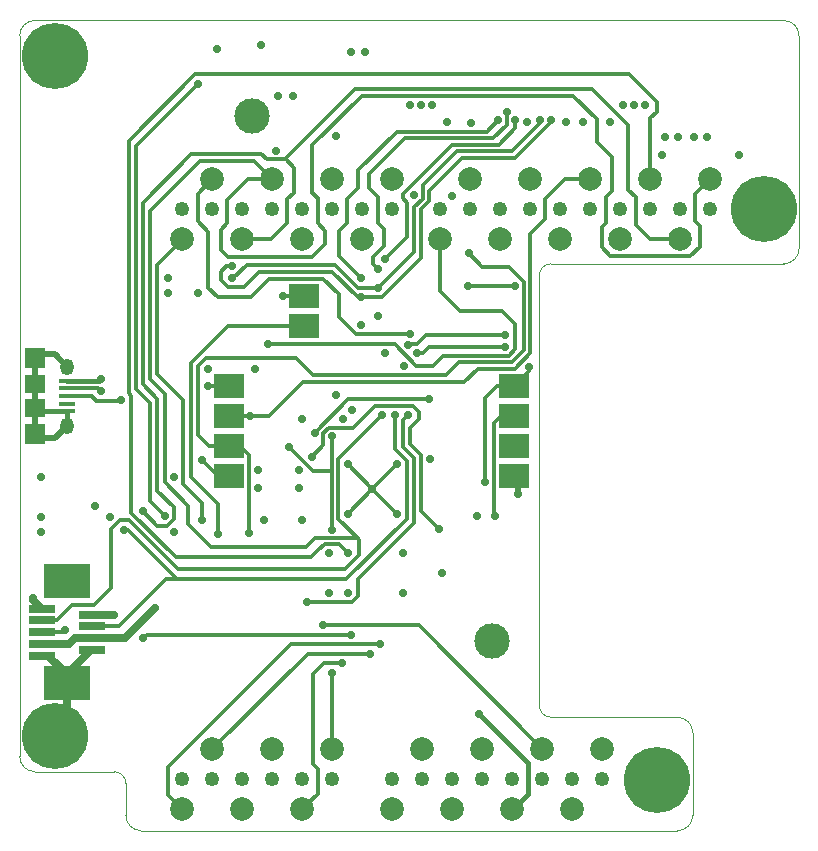
<source format=gtl>
G04 (created by PCBNEW (2013-07-07 BZR 4022)-stable) date 20/03/2014 14:12:02*
%MOIN*%
G04 Gerber Fmt 3.4, Leading zero omitted, Abs format*
%FSLAX34Y34*%
G01*
G70*
G90*
G04 APERTURE LIST*
%ADD10C,0.00590551*%
%ADD11C,0.000393701*%
%ADD12C,0.220472*%
%ADD13C,0.11811*%
%ADD14R,0.0984252X0.0787402*%
%ADD15R,0.0531496X0.0177165*%
%ADD16O,0.0452756X0.0551181*%
%ADD17R,0.0669291X0.0669291*%
%ADD18R,0.0669291X0.0590551*%
%ADD19C,0.0787402*%
%ADD20C,0.0492126*%
%ADD21R,0.0866142X0.0275591*%
%ADD22R,0.15748X0.11811*%
%ADD23C,0.0275591*%
%ADD24C,0.015748*%
%ADD25C,0.019685*%
%ADD26C,0.0275591*%
%ADD27C,0.011811*%
G04 APERTURE END LIST*
G54D10*
G54D11*
X42173Y-51606D02*
X42173Y-27590D01*
X42173Y-27590D02*
G75*
G02X42685Y-27078I511J0D01*
G74*
G01*
X45716Y-52511D02*
X45716Y-53574D01*
X42685Y-52118D02*
X45322Y-52118D01*
X67645Y-27078D02*
X42685Y-27078D01*
X68157Y-34677D02*
X68157Y-27590D01*
X59889Y-35188D02*
X67645Y-35188D01*
X59496Y-49913D02*
X59496Y-35582D01*
X64102Y-50307D02*
X59889Y-50307D01*
X64614Y-53574D02*
X64614Y-50818D01*
X46228Y-54086D02*
X64102Y-54086D01*
X45322Y-52118D02*
G75*
G02X45716Y-52511I0J-393D01*
G74*
G01*
X42685Y-52118D02*
G75*
G02X42173Y-51606I0J511D01*
G74*
G01*
X67645Y-27078D02*
G75*
G02X68157Y-27590I0J-511D01*
G74*
G01*
X68157Y-34678D02*
G75*
G02X67645Y-35188I-511J0D01*
G74*
G01*
X59496Y-35581D02*
G75*
G02X59889Y-35188I393J0D01*
G74*
G01*
X59889Y-50307D02*
G75*
G02X59496Y-49913I0J393D01*
G74*
G01*
X64103Y-50307D02*
G75*
G02X64614Y-50818I0J-511D01*
G74*
G01*
X64614Y-53575D02*
G75*
G02X64102Y-54086I-511J0D01*
G74*
G01*
X46227Y-54086D02*
G75*
G02X45716Y-53574I0J511D01*
G74*
G01*
G54D12*
X43354Y-50937D03*
X63433Y-52393D03*
X43354Y-28259D03*
X66976Y-33377D03*
G54D13*
X49905Y-30267D03*
X57905Y-47767D03*
G54D14*
X58649Y-39267D03*
X58649Y-40267D03*
X58649Y-41267D03*
X58649Y-42267D03*
X49161Y-39267D03*
X49161Y-40267D03*
X49161Y-41267D03*
X49161Y-42267D03*
X51641Y-37267D03*
X51641Y-36267D03*
G54D15*
X43767Y-39086D03*
X43767Y-39342D03*
X43767Y-39598D03*
X43767Y-39854D03*
X43767Y-40110D03*
G54D16*
X43767Y-38614D03*
X43767Y-40582D03*
G54D17*
X42704Y-38338D03*
X42704Y-40858D03*
G54D18*
X42704Y-39204D03*
X42704Y-39992D03*
G54D19*
X61602Y-51370D03*
X60602Y-53370D03*
X59602Y-51370D03*
X58602Y-53370D03*
X57602Y-51370D03*
X56602Y-53370D03*
X55602Y-51370D03*
X54602Y-53370D03*
G54D20*
X61602Y-52370D03*
X60602Y-52370D03*
X59602Y-52370D03*
X58602Y-52370D03*
X57602Y-52370D03*
X56602Y-52370D03*
X55602Y-52370D03*
X54602Y-52370D03*
G54D19*
X65202Y-32370D03*
X64202Y-34370D03*
X63202Y-32370D03*
X62202Y-34370D03*
X61202Y-32370D03*
X60202Y-34370D03*
X59202Y-32370D03*
X58202Y-34370D03*
X56202Y-34370D03*
G54D20*
X65202Y-33370D03*
X64202Y-33370D03*
X63202Y-33370D03*
X62202Y-33370D03*
X61202Y-33370D03*
X60202Y-33370D03*
X59202Y-33370D03*
X58202Y-33370D03*
X57202Y-33370D03*
X56202Y-33370D03*
G54D19*
X57202Y-32370D03*
X52602Y-51370D03*
X51602Y-53370D03*
X50602Y-51370D03*
X49602Y-53370D03*
X48602Y-51370D03*
X47602Y-53370D03*
G54D20*
X52602Y-52370D03*
X51602Y-52370D03*
X50602Y-52370D03*
X49602Y-52370D03*
X48602Y-52370D03*
X47602Y-52370D03*
G54D19*
X54602Y-32370D03*
X53602Y-34370D03*
X52602Y-32370D03*
X51602Y-34370D03*
X50602Y-32370D03*
X49602Y-34370D03*
X48602Y-32370D03*
X47602Y-34370D03*
G54D20*
X54602Y-33370D03*
X53602Y-33370D03*
X52602Y-33370D03*
X51602Y-33370D03*
X50602Y-33370D03*
X49602Y-33370D03*
X48602Y-33370D03*
X47602Y-33370D03*
G54D21*
X42921Y-46685D03*
X42921Y-47078D03*
X42921Y-47472D03*
X42921Y-47866D03*
X42921Y-48259D03*
X44574Y-47275D03*
X44574Y-47669D03*
X44574Y-46881D03*
X44574Y-48062D03*
G54D22*
X43748Y-45779D03*
X43748Y-49165D03*
G54D23*
X57224Y-30492D03*
X47125Y-36161D03*
X48110Y-36161D03*
X51476Y-42657D03*
X57480Y-50196D03*
X48740Y-28016D03*
X45196Y-43622D03*
X44685Y-43248D03*
X45314Y-46889D03*
X42637Y-46338D03*
X48444Y-38700D03*
X66141Y-31574D03*
X63602Y-31574D03*
X56240Y-45511D03*
X54960Y-44822D03*
X54133Y-36929D03*
X55846Y-41712D03*
X51476Y-42047D03*
X51574Y-43720D03*
X52952Y-40354D03*
X52500Y-44822D03*
X53110Y-44822D03*
X48129Y-29192D03*
X47007Y-43582D03*
X48779Y-44192D03*
X55807Y-39704D03*
X52007Y-40826D03*
X54271Y-40216D03*
X45669Y-44055D03*
X46279Y-43444D03*
X54704Y-40216D03*
X54370Y-35039D03*
X58700Y-30413D03*
X54114Y-35354D03*
X58405Y-30118D03*
X53543Y-35669D03*
X58129Y-30413D03*
X46692Y-46653D03*
X50452Y-37874D03*
X57696Y-42460D03*
X58681Y-35944D03*
X57106Y-35944D03*
X59153Y-38641D03*
X55137Y-40216D03*
X51751Y-46476D03*
X48267Y-43720D03*
X55177Y-37519D03*
X49822Y-44153D03*
X57145Y-34842D03*
X52598Y-48818D03*
X52913Y-48503D03*
X53858Y-48188D03*
X54173Y-47874D03*
X58366Y-37952D03*
X55413Y-38169D03*
X58011Y-43602D03*
X49251Y-35669D03*
X54133Y-35984D03*
X59507Y-30413D03*
X49251Y-35275D03*
X53543Y-36299D03*
X59881Y-30413D03*
X55137Y-37913D03*
X58366Y-37559D03*
X51909Y-41614D03*
X56141Y-44035D03*
X49842Y-40275D03*
X48267Y-41732D03*
X48464Y-39271D03*
X46299Y-47677D03*
X43700Y-47401D03*
X53228Y-47559D03*
X52598Y-40944D03*
X51161Y-41299D03*
X52578Y-44055D03*
X52283Y-47244D03*
X42874Y-44133D03*
X42874Y-43622D03*
X42893Y-42283D03*
X47322Y-42283D03*
X50314Y-43720D03*
X58779Y-42874D03*
X50019Y-38700D03*
X65098Y-30964D03*
X64665Y-30964D03*
X64114Y-30964D03*
X63681Y-30964D03*
X50964Y-36279D03*
X47125Y-35649D03*
X59094Y-30472D03*
X53543Y-37244D03*
X50216Y-27913D03*
X63011Y-29881D03*
X62657Y-29881D03*
X62283Y-29881D03*
X61870Y-30472D03*
X60964Y-30472D03*
X60374Y-30472D03*
X55925Y-29881D03*
X55551Y-29881D03*
X55177Y-29881D03*
X56437Y-30472D03*
X53700Y-28129D03*
X53228Y-28129D03*
X56594Y-32933D03*
X55314Y-32913D03*
X50708Y-31417D03*
X52736Y-30944D03*
X51279Y-29606D03*
X50787Y-29606D03*
X57421Y-43602D03*
X53110Y-43523D03*
X54763Y-43523D03*
X53110Y-41870D03*
X53937Y-42696D03*
X54763Y-41870D03*
X47322Y-44114D03*
X51594Y-40354D03*
X53267Y-40059D03*
X52736Y-39566D03*
X54980Y-38582D03*
X54370Y-38169D03*
X54960Y-46161D03*
X53110Y-46161D03*
X52500Y-46161D03*
X50118Y-42657D03*
X50118Y-42047D03*
X45570Y-39744D03*
X44881Y-39429D03*
X44881Y-39015D03*
G54D24*
X59114Y-52858D02*
X59114Y-51830D01*
X59114Y-51830D02*
X57480Y-50196D01*
X58602Y-53370D02*
X59114Y-52858D01*
G54D25*
X48740Y-28016D02*
X48740Y-28011D01*
X44685Y-43248D02*
X44685Y-43248D01*
G54D26*
X44574Y-46881D02*
X45307Y-46881D01*
X45307Y-46881D02*
X45314Y-46889D01*
X42921Y-46685D02*
X42637Y-46401D01*
X42637Y-46401D02*
X42637Y-46338D01*
G54D27*
X63202Y-32370D02*
X63202Y-30340D01*
X63405Y-29783D02*
X62500Y-28877D01*
X63405Y-30137D02*
X63405Y-29783D01*
X63202Y-30340D02*
X63405Y-30137D01*
X45885Y-39586D02*
X45885Y-43484D01*
X45885Y-39586D02*
X45807Y-39507D01*
X45807Y-39507D02*
X45807Y-31082D01*
X45807Y-31082D02*
X48011Y-28877D01*
X48011Y-28877D02*
X62500Y-28877D01*
X45885Y-43484D02*
X47381Y-44980D01*
X47381Y-44980D02*
X51889Y-44980D01*
X51889Y-44980D02*
X52125Y-44744D01*
X53110Y-44822D02*
X52814Y-44527D01*
X52814Y-44527D02*
X52342Y-44527D01*
X52342Y-44527D02*
X52125Y-44744D01*
X52125Y-44744D02*
X52125Y-44744D01*
X46043Y-31259D02*
X48110Y-29192D01*
X48110Y-29192D02*
X48129Y-29192D01*
X46515Y-39842D02*
X46515Y-43090D01*
X46515Y-43090D02*
X47007Y-43582D01*
X46515Y-39842D02*
X46043Y-39370D01*
X46043Y-39370D02*
X46043Y-31259D01*
X47874Y-41988D02*
X47874Y-42283D01*
X47874Y-42283D02*
X48779Y-43188D01*
X51877Y-37267D02*
X51688Y-37267D01*
X47874Y-38503D02*
X47874Y-41988D01*
X49114Y-37263D02*
X47874Y-38503D01*
X51692Y-37263D02*
X49114Y-37263D01*
X51688Y-37267D02*
X51692Y-37263D01*
X48779Y-43188D02*
X48779Y-44192D01*
X53129Y-39704D02*
X55807Y-39704D01*
X52007Y-40826D02*
X53129Y-39704D01*
X42921Y-47078D02*
X43433Y-47078D01*
X45236Y-45984D02*
X45236Y-44370D01*
X44645Y-46574D02*
X45236Y-45984D01*
X43937Y-46574D02*
X44645Y-46574D01*
X43433Y-47078D02*
X43937Y-46574D01*
X45511Y-43740D02*
X45807Y-43740D01*
X45236Y-44015D02*
X45511Y-43740D01*
X45236Y-44370D02*
X45236Y-44015D01*
X52795Y-41692D02*
X54271Y-40216D01*
X54271Y-40216D02*
X54271Y-40216D01*
X64842Y-34625D02*
X64842Y-33917D01*
X49775Y-32370D02*
X49094Y-33051D01*
X49094Y-33051D02*
X49094Y-33838D01*
X49094Y-33838D02*
X48877Y-34055D01*
X48877Y-34055D02*
X48877Y-34744D01*
X48877Y-34744D02*
X49114Y-34980D01*
X49114Y-34980D02*
X49429Y-34980D01*
X49429Y-34980D02*
X49429Y-34980D01*
X49429Y-34980D02*
X51909Y-34980D01*
X51909Y-34980D02*
X52362Y-34527D01*
X52362Y-34527D02*
X52362Y-34094D01*
X52362Y-34094D02*
X52106Y-33838D01*
X52106Y-33838D02*
X52106Y-32992D01*
X52106Y-32992D02*
X51929Y-32814D01*
X51929Y-32814D02*
X51929Y-31240D01*
X51929Y-31240D02*
X53582Y-29586D01*
X53582Y-29586D02*
X60629Y-29586D01*
X60629Y-29586D02*
X61417Y-30374D01*
X61417Y-30374D02*
X61417Y-31141D01*
X61417Y-31141D02*
X61909Y-31633D01*
X61909Y-31633D02*
X61909Y-32775D01*
X61909Y-32775D02*
X61712Y-32972D01*
X61712Y-32972D02*
X61712Y-33818D01*
X61712Y-33818D02*
X61574Y-33956D01*
X61574Y-33956D02*
X61574Y-34645D01*
X61574Y-34645D02*
X61870Y-34940D01*
X61870Y-34940D02*
X64527Y-34940D01*
X64527Y-34940D02*
X64842Y-34625D01*
X50602Y-32370D02*
X49775Y-32370D01*
X64704Y-32867D02*
X65202Y-32370D01*
X64704Y-33779D02*
X64704Y-32867D01*
X64842Y-33917D02*
X64704Y-33779D01*
X50602Y-32370D02*
X49984Y-31751D01*
X53425Y-44330D02*
X53405Y-44311D01*
X52007Y-44330D02*
X53425Y-44330D01*
X51712Y-44625D02*
X52007Y-44330D01*
X48543Y-44625D02*
X51712Y-44625D01*
X47775Y-43858D02*
X48543Y-44625D01*
X47775Y-43248D02*
X47775Y-43858D01*
X47007Y-42480D02*
X47775Y-43248D01*
X47007Y-39527D02*
X47007Y-42480D01*
X46515Y-39035D02*
X47007Y-39527D01*
X46515Y-33425D02*
X46515Y-39035D01*
X48188Y-31751D02*
X46515Y-33425D01*
X49984Y-31751D02*
X48188Y-31751D01*
X52795Y-43700D02*
X53405Y-44311D01*
X53405Y-44311D02*
X53503Y-44409D01*
X47440Y-45374D02*
X45807Y-43740D01*
X53011Y-45374D02*
X47440Y-45374D01*
X53503Y-44881D02*
X53011Y-45374D01*
X53503Y-44409D02*
X53503Y-44881D01*
X52795Y-41692D02*
X52795Y-43700D01*
X44574Y-47275D02*
X45480Y-47275D01*
X47055Y-45700D02*
X47421Y-45700D01*
X45480Y-47275D02*
X47055Y-45700D01*
X53346Y-29370D02*
X51043Y-31673D01*
X51043Y-31673D02*
X51043Y-31712D01*
X63188Y-34370D02*
X64202Y-34370D01*
X62716Y-33897D02*
X63188Y-34370D01*
X62716Y-32972D02*
X62716Y-33897D01*
X62460Y-32716D02*
X62716Y-32972D01*
X62460Y-30570D02*
X62460Y-32716D01*
X61259Y-29370D02*
X62460Y-30570D01*
X53346Y-29370D02*
X61259Y-29370D01*
X46279Y-43444D02*
X46751Y-43917D01*
X45775Y-44055D02*
X45669Y-44055D01*
X47421Y-45700D02*
X45775Y-44055D01*
X50551Y-34370D02*
X49602Y-34370D01*
X51102Y-33818D02*
X50551Y-34370D01*
X51102Y-33031D02*
X51102Y-33818D01*
X51318Y-32814D02*
X51102Y-33031D01*
X51318Y-31988D02*
X51318Y-32814D01*
X51043Y-31712D02*
X51318Y-31988D01*
X50413Y-31712D02*
X51043Y-31712D01*
X50236Y-31535D02*
X50413Y-31712D01*
X47893Y-31535D02*
X50236Y-31535D01*
X46279Y-33149D02*
X47893Y-31535D01*
X46279Y-39192D02*
X46279Y-33149D01*
X46771Y-39685D02*
X46279Y-39192D01*
X46771Y-42755D02*
X46771Y-39685D01*
X47322Y-43307D02*
X46771Y-42755D01*
X47322Y-43681D02*
X47322Y-43307D01*
X47086Y-43917D02*
X47322Y-43681D01*
X46751Y-43917D02*
X47086Y-43917D01*
X54704Y-40216D02*
X54704Y-41377D01*
X54704Y-41377D02*
X55078Y-41751D01*
X53059Y-45700D02*
X47421Y-45700D01*
X55078Y-43681D02*
X53059Y-45700D01*
X55078Y-41751D02*
X55078Y-43681D01*
X54370Y-35039D02*
X55098Y-34311D01*
X58700Y-30669D02*
X58700Y-30413D01*
X58149Y-31220D02*
X58700Y-30669D01*
X56594Y-31220D02*
X58149Y-31220D01*
X54960Y-32854D02*
X56594Y-31220D01*
X54960Y-33011D02*
X54960Y-32854D01*
X55098Y-33149D02*
X54960Y-33011D01*
X55098Y-34311D02*
X55098Y-33149D01*
X54114Y-35354D02*
X53956Y-35196D01*
X58405Y-30551D02*
X58405Y-30118D01*
X57952Y-31003D02*
X58405Y-30551D01*
X55019Y-31003D02*
X57952Y-31003D01*
X53818Y-32204D02*
X55019Y-31003D01*
X53818Y-32657D02*
X53818Y-32204D01*
X54114Y-32952D02*
X53818Y-32657D01*
X54114Y-33818D02*
X54114Y-32952D01*
X54330Y-34035D02*
X54114Y-33818D01*
X54330Y-34586D02*
X54330Y-34035D01*
X53956Y-34960D02*
X54330Y-34586D01*
X53956Y-35196D02*
X53956Y-34960D01*
X53454Y-32667D02*
X53454Y-32076D01*
X54744Y-30787D02*
X57755Y-30787D01*
X53454Y-32076D02*
X54744Y-30787D01*
X53543Y-35669D02*
X52814Y-34940D01*
X57755Y-30787D02*
X58129Y-30413D01*
X53090Y-33031D02*
X53454Y-32667D01*
X53090Y-33818D02*
X53090Y-33031D01*
X52814Y-34094D02*
X53090Y-33818D01*
X52814Y-34940D02*
X52814Y-34094D01*
G54D26*
X44574Y-47669D02*
X45677Y-47669D01*
X45677Y-47669D02*
X46692Y-46653D01*
X42921Y-47866D02*
X43826Y-47866D01*
X44023Y-47669D02*
X44574Y-47669D01*
X43826Y-47866D02*
X44023Y-47669D01*
G54D27*
X50452Y-37874D02*
X54685Y-37874D01*
X56202Y-34370D02*
X56202Y-36103D01*
X56202Y-36103D02*
X56850Y-36751D01*
X56850Y-36751D02*
X58267Y-36751D01*
X58267Y-36751D02*
X58700Y-37185D01*
X58700Y-37185D02*
X58700Y-38031D01*
X58700Y-38031D02*
X58484Y-38248D01*
X58484Y-38248D02*
X56299Y-38248D01*
X56299Y-38248D02*
X55964Y-38582D01*
X55964Y-38582D02*
X55393Y-38582D01*
X55393Y-38582D02*
X54685Y-37874D01*
X54685Y-37874D02*
X54685Y-37874D01*
X54685Y-37874D02*
X54685Y-37874D01*
X58094Y-39267D02*
X58649Y-39267D01*
X57696Y-39665D02*
X58094Y-39267D01*
X57696Y-42460D02*
X57696Y-39665D01*
X57106Y-35944D02*
X58681Y-35944D01*
X59153Y-38763D02*
X59153Y-38641D01*
X58649Y-39267D02*
X59153Y-38763D01*
X55137Y-40216D02*
X54940Y-40413D01*
X54940Y-40413D02*
X54940Y-41299D01*
X54940Y-41299D02*
X55314Y-41673D01*
X55314Y-41673D02*
X55314Y-43816D01*
X55314Y-43816D02*
X53444Y-45686D01*
X53444Y-45686D02*
X53444Y-46279D01*
X53444Y-46279D02*
X53248Y-46476D01*
X53248Y-46476D02*
X51751Y-46476D01*
X47618Y-34370D02*
X47602Y-34370D01*
X46751Y-35236D02*
X47618Y-34370D01*
X46751Y-38858D02*
X46751Y-35236D01*
X47637Y-39744D02*
X46751Y-38858D01*
X47637Y-42539D02*
X47637Y-39744D01*
X48267Y-43169D02*
X47637Y-42539D01*
X48267Y-43720D02*
X48267Y-43169D01*
X48789Y-36309D02*
X49872Y-36309D01*
X52814Y-36200D02*
X52814Y-36948D01*
X52303Y-35688D02*
X52814Y-36200D01*
X50492Y-35688D02*
X52303Y-35688D01*
X49872Y-36309D02*
X50492Y-35688D01*
X55177Y-37519D02*
X53385Y-37519D01*
X53385Y-37519D02*
X52814Y-36948D01*
X48110Y-32862D02*
X48602Y-32370D01*
X48110Y-33759D02*
X48110Y-32862D01*
X48464Y-34114D02*
X48110Y-33759D01*
X48464Y-35984D02*
X48464Y-34114D01*
X48789Y-36309D02*
X48464Y-35984D01*
X51968Y-38897D02*
X51397Y-38326D01*
X48472Y-41267D02*
X49515Y-41267D01*
X48110Y-40905D02*
X48472Y-41267D01*
X48110Y-38602D02*
X48110Y-40905D01*
X48385Y-38326D02*
X48110Y-38602D01*
X51397Y-38326D02*
X48385Y-38326D01*
X51968Y-38897D02*
X56377Y-38897D01*
X57598Y-35295D02*
X57145Y-34842D01*
X58484Y-35295D02*
X57598Y-35295D01*
X58976Y-35787D02*
X58484Y-35295D01*
X58976Y-38070D02*
X58976Y-35787D01*
X58582Y-38464D02*
X58976Y-38070D01*
X56811Y-38464D02*
X58582Y-38464D01*
X56377Y-38897D02*
X56811Y-38464D01*
X49515Y-41267D02*
X49822Y-41574D01*
X49822Y-44153D02*
X49822Y-41574D01*
X49822Y-44153D02*
X49822Y-44153D01*
X52598Y-48818D02*
X52598Y-51366D01*
X52598Y-51366D02*
X52602Y-51370D01*
X52106Y-52866D02*
X51602Y-53370D01*
X52106Y-52027D02*
X52106Y-52866D01*
X51948Y-51870D02*
X52106Y-52027D01*
X51948Y-48877D02*
X51948Y-51870D01*
X52322Y-48503D02*
X51948Y-48877D01*
X52913Y-48503D02*
X52322Y-48503D01*
X51783Y-48188D02*
X48602Y-51370D01*
X53858Y-48188D02*
X51783Y-48188D01*
X47125Y-52893D02*
X47602Y-53370D01*
X47125Y-51968D02*
X47125Y-52893D01*
X51220Y-47874D02*
X47125Y-51968D01*
X54173Y-47874D02*
X51220Y-47874D01*
X58649Y-40267D02*
X58236Y-40267D01*
X57992Y-43582D02*
X58011Y-43602D01*
X57992Y-40511D02*
X57992Y-43582D01*
X58236Y-40267D02*
X57992Y-40511D01*
X55413Y-38169D02*
X55610Y-38169D01*
X55610Y-38169D02*
X55826Y-37952D01*
X55826Y-37952D02*
X58366Y-37952D01*
X58011Y-43602D02*
X58011Y-43602D01*
X49251Y-35669D02*
X49291Y-35669D01*
X53444Y-35984D02*
X54133Y-35984D01*
X52677Y-35216D02*
X53444Y-35984D01*
X49744Y-35216D02*
X52677Y-35216D01*
X49291Y-35669D02*
X49744Y-35216D01*
X54133Y-35984D02*
X55334Y-34783D01*
X59507Y-30511D02*
X59507Y-30413D01*
X58582Y-31437D02*
X59507Y-30511D01*
X56751Y-31437D02*
X58582Y-31437D01*
X55610Y-32578D02*
X56751Y-31437D01*
X55610Y-33031D02*
X55610Y-32578D01*
X55334Y-33307D02*
X55610Y-33031D01*
X55334Y-34783D02*
X55334Y-33307D01*
X58690Y-31663D02*
X56919Y-31663D01*
X55570Y-35000D02*
X54271Y-36299D01*
X55570Y-33366D02*
X55570Y-35000D01*
X55826Y-33110D02*
X55570Y-33366D01*
X55826Y-32755D02*
X55826Y-33110D01*
X56919Y-31663D02*
X55826Y-32755D01*
X53543Y-36299D02*
X53444Y-36299D01*
X49055Y-35275D02*
X49251Y-35275D01*
X48877Y-35452D02*
X49055Y-35275D01*
X48877Y-35728D02*
X48877Y-35452D01*
X49114Y-35964D02*
X48877Y-35728D01*
X49645Y-35964D02*
X49114Y-35964D01*
X50157Y-35452D02*
X49645Y-35964D01*
X52598Y-35452D02*
X50157Y-35452D01*
X53444Y-36299D02*
X52598Y-35452D01*
X53543Y-36299D02*
X54271Y-36299D01*
X59881Y-30472D02*
X59881Y-30413D01*
X58700Y-31653D02*
X59881Y-30472D01*
X58700Y-31653D02*
X58700Y-31653D01*
X58690Y-31663D02*
X58700Y-31653D01*
X55413Y-37854D02*
X55708Y-37559D01*
X55196Y-37854D02*
X55413Y-37854D01*
X55137Y-37913D02*
X55196Y-37854D01*
X55708Y-37559D02*
X58366Y-37559D01*
X54389Y-39921D02*
X54015Y-39921D01*
X54015Y-39921D02*
X53287Y-40649D01*
X52303Y-40826D02*
X52303Y-41220D01*
X52303Y-40826D02*
X52480Y-40649D01*
X52480Y-40649D02*
X53287Y-40649D01*
X52303Y-41220D02*
X51909Y-41614D01*
X55551Y-43444D02*
X56141Y-44035D01*
X55551Y-41574D02*
X55551Y-43444D01*
X55177Y-41200D02*
X55551Y-41574D01*
X55177Y-40669D02*
X55177Y-41200D01*
X55472Y-40374D02*
X55177Y-40669D01*
X55472Y-40118D02*
X55472Y-40374D01*
X55275Y-39921D02*
X55472Y-40118D01*
X54389Y-39921D02*
X55275Y-39921D01*
X58681Y-38681D02*
X57440Y-38681D01*
X57440Y-38681D02*
X56978Y-39143D01*
X51624Y-39143D02*
X56978Y-39143D01*
X50492Y-40275D02*
X51624Y-39143D01*
X49842Y-40275D02*
X50492Y-40275D01*
X59192Y-38169D02*
X59192Y-34212D01*
X58681Y-38681D02*
X59192Y-38169D01*
X61202Y-32370D02*
X60366Y-32370D01*
X59704Y-33700D02*
X59192Y-34212D01*
X59704Y-33031D02*
X59704Y-33700D01*
X60366Y-32370D02*
X59704Y-33031D01*
X49834Y-40267D02*
X49161Y-40267D01*
X49842Y-40275D02*
X49834Y-40267D01*
X48803Y-42267D02*
X48267Y-41732D01*
X48803Y-42267D02*
X49161Y-42267D01*
X49161Y-39267D02*
X48468Y-39267D01*
X48468Y-39267D02*
X48464Y-39271D01*
X42921Y-47472D02*
X43629Y-47472D01*
X46417Y-47559D02*
X47874Y-47559D01*
X46299Y-47677D02*
X46417Y-47559D01*
X43629Y-47472D02*
X43700Y-47401D01*
X47874Y-47559D02*
X50688Y-47559D01*
X53228Y-47559D02*
X50688Y-47559D01*
X52578Y-40964D02*
X52578Y-41633D01*
X52598Y-40944D02*
X52578Y-40964D01*
X52578Y-42106D02*
X51968Y-42106D01*
X51968Y-42106D02*
X51161Y-41299D01*
X52578Y-41633D02*
X52578Y-42106D01*
X52578Y-42106D02*
X52578Y-44055D01*
X55476Y-47244D02*
X59602Y-51370D01*
X52283Y-47244D02*
X55476Y-47244D01*
G54D26*
X44574Y-48062D02*
X44555Y-48062D01*
X44555Y-48062D02*
X43748Y-48870D01*
X42921Y-48259D02*
X43137Y-48259D01*
X43137Y-48259D02*
X43748Y-48870D01*
X43748Y-48870D02*
X43748Y-50543D01*
X43748Y-50543D02*
X43354Y-50937D01*
G54D25*
X58649Y-42267D02*
X58779Y-42397D01*
X58779Y-42397D02*
X58779Y-42874D01*
G54D24*
X43767Y-40110D02*
X43767Y-40582D01*
X43767Y-40110D02*
X42822Y-40110D01*
X42822Y-40110D02*
X42704Y-39992D01*
G54D25*
X42704Y-39992D02*
X42704Y-40996D01*
X42704Y-39204D02*
X42704Y-39992D01*
X42704Y-38200D02*
X42704Y-39204D01*
X42704Y-40996D02*
X43354Y-40996D01*
X43354Y-40996D02*
X43767Y-40582D01*
X42704Y-38200D02*
X43354Y-38200D01*
X43354Y-38200D02*
X43767Y-38614D01*
G54D27*
X50964Y-36279D02*
X51629Y-36279D01*
X51629Y-36279D02*
X51641Y-36267D01*
X53937Y-42696D02*
X53110Y-43523D01*
X53937Y-42696D02*
X54763Y-43523D01*
X53937Y-42696D02*
X53110Y-41870D01*
X53937Y-42696D02*
X54763Y-41870D01*
X43767Y-39598D02*
X44082Y-39598D01*
X44578Y-39598D02*
X44734Y-39753D01*
X44082Y-39598D02*
X44578Y-39598D01*
X45561Y-39753D02*
X45570Y-39744D01*
X44734Y-39753D02*
X45561Y-39753D01*
X44795Y-39342D02*
X44881Y-39429D01*
X44082Y-39342D02*
X44795Y-39342D01*
X43767Y-39342D02*
X44082Y-39342D01*
G54D24*
X43767Y-39086D02*
X44082Y-39086D01*
X44082Y-39086D02*
X44811Y-39086D01*
X44811Y-39086D02*
X44881Y-39015D01*
M02*

</source>
